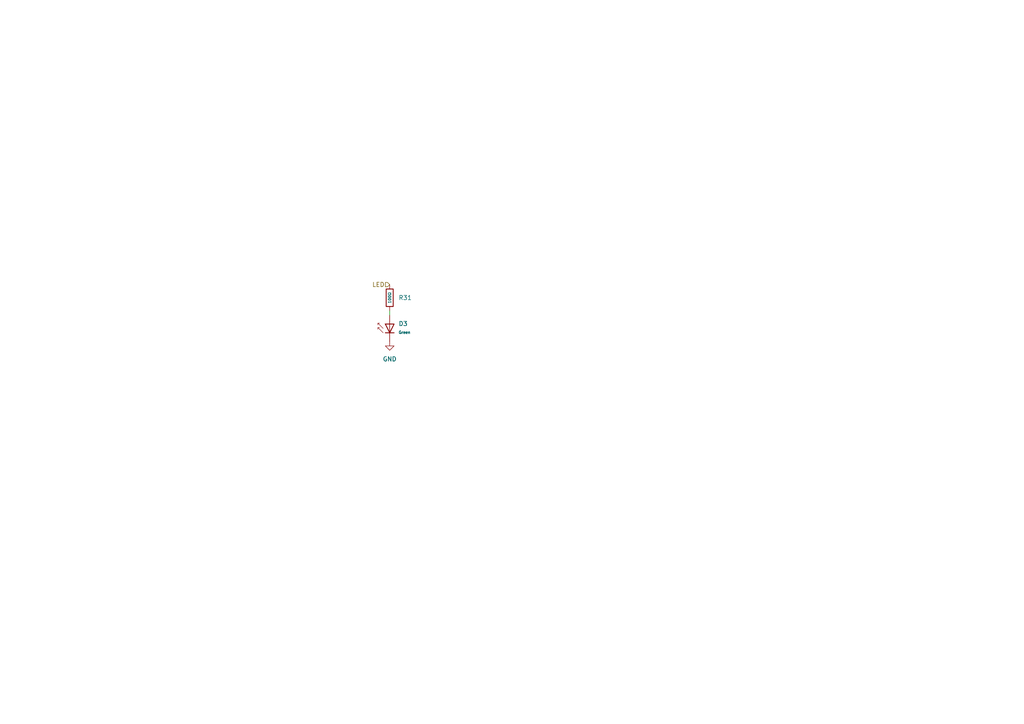
<source format=kicad_sch>
(kicad_sch (version 20250114) (generator "eeschema") (generator_version "9.0")
  (paper "A4")
  (lib_symbols
    (symbol "PCM_JLCPCB-Diodes:LED,0805,Green" (pin_numbers (hide yes)) (pin_names (offset 0))
      (property "Reference" "D" (at 2.032 0.834 0))
      (property "Value" "Green" (at 2.032 -1.2122 0))
      (symbol "LED,0805,Green_0_1"
        (polyline (pts (xy -1.905 0) (xy -3.429 1.524) (xy -3.429 1.016) (xy -3.429 1.524) (xy -2.921 1.524)) (stroke (width 0.127)))
        (polyline (pts (xy -1.905 -1.27) (xy -3.429 0.254) (xy -3.429 -0.254) (xy -3.429 0.254) (xy -2.921 0.254)) (stroke (width 0.127)))
        (polyline (pts (xy -1.27 1.27) (xy 0 -1.27) (xy 1.27 1.27) (xy -1.27 1.27)) (stroke (width 0.254)))
        (polyline (pts (xy -1.27 -1.27) (xy 1.27 -1.27)) (stroke (width 0.254)))
      )
      (symbol "LED,0805,Green_1_1"
        (pin passive line (at 0 3.81 270) (length 3.81) (name "~") (number "2"))
        (pin passive line (at 0 -3.81 90) (length 3.81) (name "~") (number "1"))
      )
    )
    (symbol "PCM_JLCPCB-Resistors:0805,100Ω" (pin_numbers (hide yes)) (pin_names (offset 0))
      (property "Reference" "R" (at 1.778 0 0))
      (property "Value" "100Ω" (at 0 0 90))
      (symbol "0805,100Ω_0_1"
        (rectangle (start -1.016 2.54) (end 1.016 -2.54) (stroke (width 0.254)))
      )
      (symbol "0805,100Ω_1_1"
        (pin passive line (at 0 3.81 270) (length 1.27) (name "~") (number "1"))
        (pin passive line (at 0 -3.81 90) (length 1.27) (name "~") (number "2"))
      )
    )
    (symbol "power:GND" (power) (pin_numbers (hide yes)) (pin_names (offset 0) (hide yes))
      (property "Value" "GND" (at 0 -3.81 0))
      (symbol "GND_0_1"
        (polyline (pts (xy 0 0) (xy 0 -1.27) (xy 1.27 -1.27) (xy 0 -2.54) (xy -1.27 -1.27) (xy 0 -1.27)))
      )
      (symbol "GND_1_1"
        (pin power_in line (at 0 0 270) (length 0) (name "~") (number "1"))
      )
    )
  )
  (wire (pts (xy 113.03 90.17) (xy 113.03 91.44)))
  (hierarchical_label "LED" (shape input) (at 113.03 82.55 180))
  (symbol (lib_id "power:GND") (at 113.03 99.06 0) (unit 1)
    (property "Reference" "#PWR091" (effects (hide yes)))
    (property "Value" "GND" (at 113.03 104.14 0))
    (property "Description" "Power symbol creates a global label with name \"GND\" , ground" (effects (hide yes)))
  )
  (symbol (lib_id "PCM_JLCPCB-Resistors:0805,100Ω") (at 113.03 86.36 0) (unit 1)
    (property "Reference" "R31" (at 115.57 86.3599 0) (effects (justify left)))
    (property "Value" "100Ω" (at 113.03 86.36 90) (effects (font (size 0.8 0.8))))
    (property "Footprint" "PCM_JLCPCB:R_0805" (effects (hide yes)))
    (property "Datasheet" "https://www.lcsc.com/datasheet/lcsc_datasheet_2411221126_UNI-ROYAL-Uniroyal-Elec-0805W8F1000T5E_C17408.pdf" (effects (hide yes)))
    (property "Description" "125mW Thick Film Resistors 150V ±100ppm/°C ±1% 100Ω 0805 Chip Resistor - Surface Mount ROHS" (effects (hide yes)))
    (property "LCSC" "C17408" (effects (hide yes)))
    (property "Stock" "3070284" (effects (hide yes)))
    (property "Price" "0.005USD" (effects (hide yes)))
    (property "Process" "SMT" (effects (hide yes)))
    (property "Minimum Qty" "20" (effects (hide yes)))
    (property "Attrition Qty" "10" (effects (hide yes)))
    (property "Class" "Basic Component" (effects (hide yes)))
    (property "Category" "Resistors,Chip Resistor - Surface Mount" (effects (hide yes)))
    (property "Manufacturer" "UNI-ROYAL(Uniroyal Elec)" (effects (hide yes)))
    (property "Part" "0805W8F1000T5E" (effects (hide yes)))
    (property "Resistance" "100Ω" (effects (hide yes)))
    (property "Power(Watts)" "125mW" (effects (hide yes)))
    (property "Type" "Thick Film Resistors" (effects (hide yes)))
    (property "Overload Voltage (Max)" "150V" (effects (hide yes)))
    (property "Operating Temperature Range" "-55°C~+155°C" (effects (hide yes)))
    (property "Tolerance" "±1%" (effects (hide yes)))
    (property "Temperature Coefficient" "±100ppm/°C" (effects (hide yes)))
  )
  (symbol (lib_id "PCM_JLCPCB-Diodes:LED,0805,Green") (at 113.03 95.25 0) (unit 1)
    (property "Reference" "D3" (at 115.57 93.8846 0) (effects (justify left)))
    (property "Value" "Green" (at 115.57 96.4247 0) (effects (font (size 0.8 0.8)) (justify left)))
    (property "Footprint" "PCM_JLCPCB:D_0805" (effects (hide yes)))
    (property "Datasheet" "https://www.lcsc.com/datasheet/lcsc_datasheet_1806151820_Hubei-KENTO-Elec-KT-0805G_C2297.pdf" (effects (hide yes)))
    (property "Description" "Emerald 0805 LED Indication - Discrete ROHS" (effects (hide yes)))
    (property "LCSC" "C2297" (effects (hide yes)))
    (property "Stock" "758416" (effects (hide yes)))
    (property "Price" "0.014USD" (effects (hide yes)))
    (property "Process" "SMT" (effects (hide yes)))
    (property "Minimum Qty" "5" (effects (hide yes)))
    (property "Attrition Qty" "1" (effects (hide yes)))
    (property "Class" "Basic Component" (effects (hide yes)))
    (property "Category" "Optoelectronics,Light Emitting Diodes (LED)" (effects (hide yes)))
    (property "Manufacturer" "Hubei KENTO Elec" (effects (hide yes)))
    (property "Part" "KT-0805G" (effects (hide yes)))
    (property "Emitted Color" "Emerald" (effects (hide yes)))
  )
)
</source>
